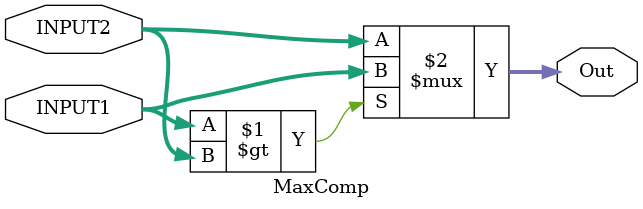
<source format=v>
`timescale 1ns / 1ps


module MaxComp
    #(parameter size = 3)
    (
    input [size:0] INPUT1,
    input [size:0] INPUT2,
    output [size:0] Out
    );
    
assign Out = INPUT1>INPUT2?INPUT1:INPUT2;

endmodule

</source>
